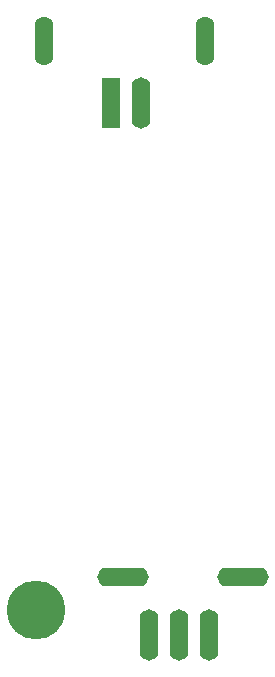
<source format=gbr>
%TF.GenerationSoftware,Novarm,DipTrace,4.3.0.5*%
%TF.CreationDate,2025-06-08T20:07:48-05:00*%
%FSLAX26Y26*%
%MOIN*%
%TF.FileFunction,Soldermask,Top*%
%TF.Part,Single*%
%ADD28C,0.196*%
%ADD32O,0.17126X0.062992*%
%ADD34O,0.062992X0.163037*%
%ADD36O,0.062992X0.17126*%
%ADD38R,0.062992X0.17126*%
G75*
G01*
%LPD*%
D38*
X1281251Y2293749D3*
D36*
X1381251D3*
D28*
X1030199Y601199D3*
D34*
X1056251Y2499998D3*
X1593750Y2499999D3*
D32*
X1718750Y712499D3*
X1318750D3*
D36*
X1606250Y518749D3*
X1506250D3*
X1406250D3*
M02*

</source>
